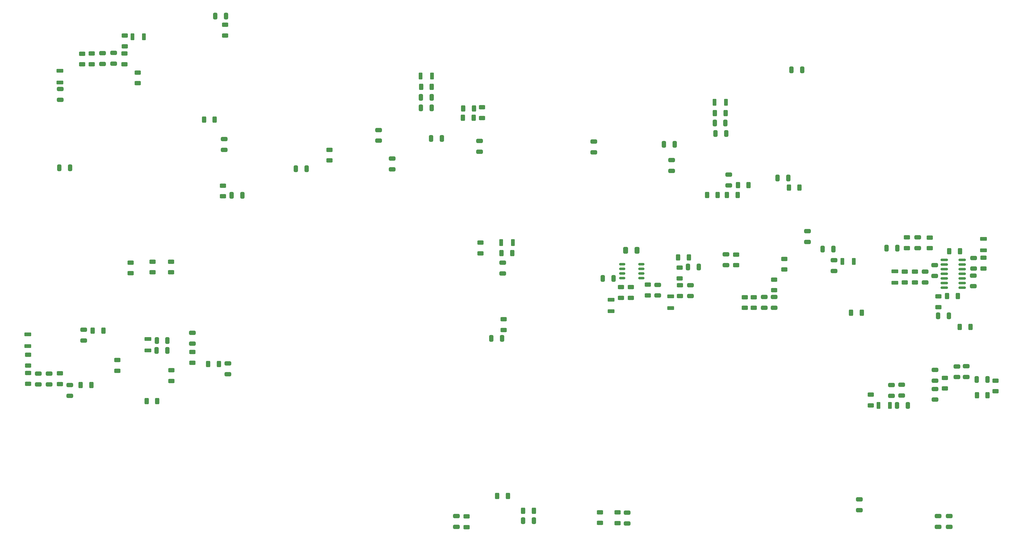
<source format=gbr>
%TF.GenerationSoftware,KiCad,Pcbnew,(6.0.7)*%
%TF.CreationDate,2023-02-22T17:07:51-05:00*%
%TF.ProjectId,Phoenix612 Complete v1,50686f65-6e69-4783-9631-3220436f6d70,rev?*%
%TF.SameCoordinates,Original*%
%TF.FileFunction,Paste,Top*%
%TF.FilePolarity,Positive*%
%FSLAX46Y46*%
G04 Gerber Fmt 4.6, Leading zero omitted, Abs format (unit mm)*
G04 Created by KiCad (PCBNEW (6.0.7)) date 2023-02-22 17:07:51*
%MOMM*%
%LPD*%
G01*
G04 APERTURE LIST*
G04 Aperture macros list*
%AMRoundRect*
0 Rectangle with rounded corners*
0 $1 Rounding radius*
0 $2 $3 $4 $5 $6 $7 $8 $9 X,Y pos of 4 corners*
0 Add a 4 corners polygon primitive as box body*
4,1,4,$2,$3,$4,$5,$6,$7,$8,$9,$2,$3,0*
0 Add four circle primitives for the rounded corners*
1,1,$1+$1,$2,$3*
1,1,$1+$1,$4,$5*
1,1,$1+$1,$6,$7*
1,1,$1+$1,$8,$9*
0 Add four rect primitives between the rounded corners*
20,1,$1+$1,$2,$3,$4,$5,0*
20,1,$1+$1,$4,$5,$6,$7,0*
20,1,$1+$1,$6,$7,$8,$9,0*
20,1,$1+$1,$8,$9,$2,$3,0*%
G04 Aperture macros list end*
%ADD10RoundRect,0.250000X0.625000X-0.312500X0.625000X0.312500X-0.625000X0.312500X-0.625000X-0.312500X0*%
%ADD11RoundRect,0.250000X0.325000X0.650000X-0.325000X0.650000X-0.325000X-0.650000X0.325000X-0.650000X0*%
%ADD12RoundRect,0.250000X0.700000X-0.275000X0.700000X0.275000X-0.700000X0.275000X-0.700000X-0.275000X0*%
%ADD13RoundRect,0.250000X0.650000X-0.325000X0.650000X0.325000X-0.650000X0.325000X-0.650000X-0.325000X0*%
%ADD14RoundRect,0.150000X0.675000X0.150000X-0.675000X0.150000X-0.675000X-0.150000X0.675000X-0.150000X0*%
%ADD15RoundRect,0.250000X-0.625000X0.312500X-0.625000X-0.312500X0.625000X-0.312500X0.625000X0.312500X0*%
%ADD16RoundRect,0.150000X-0.825000X-0.150000X0.825000X-0.150000X0.825000X0.150000X-0.825000X0.150000X0*%
%ADD17RoundRect,0.250000X0.312500X0.625000X-0.312500X0.625000X-0.312500X-0.625000X0.312500X-0.625000X0*%
%ADD18RoundRect,0.250000X-0.650000X0.325000X-0.650000X-0.325000X0.650000X-0.325000X0.650000X0.325000X0*%
%ADD19RoundRect,0.250000X-0.325000X-0.650000X0.325000X-0.650000X0.325000X0.650000X-0.325000X0.650000X0*%
%ADD20RoundRect,0.250000X-0.275000X-0.700000X0.275000X-0.700000X0.275000X0.700000X-0.275000X0.700000X0*%
%ADD21RoundRect,0.250000X-0.312500X-0.625000X0.312500X-0.625000X0.312500X0.625000X-0.312500X0.625000X0*%
%ADD22RoundRect,0.250000X0.275000X0.700000X-0.275000X0.700000X-0.275000X-0.700000X0.275000X-0.700000X0*%
%ADD23RoundRect,0.250000X-0.700000X0.275000X-0.700000X-0.275000X0.700000X-0.275000X0.700000X0.275000X0*%
%ADD24RoundRect,0.250000X0.412500X0.650000X-0.412500X0.650000X-0.412500X-0.650000X0.412500X-0.650000X0*%
G04 APERTURE END LIST*
D10*
%TO.C,R28*%
X193125000Y-116651500D03*
X193125000Y-113726500D03*
%TD*%
D11*
%TO.C,C46*%
X183678000Y-112014000D03*
X180728000Y-112014000D03*
%TD*%
D12*
%TO.C,L6*%
X183028500Y-121018500D03*
X183028500Y-117868500D03*
%TD*%
D13*
%TO.C,C80*%
X259905500Y-144169500D03*
X259905500Y-141219500D03*
%TD*%
D14*
%TO.C,U6*%
X191368500Y-111950500D03*
X191368500Y-110680500D03*
X191368500Y-109410500D03*
X191368500Y-108140500D03*
X186118500Y-108140500D03*
X186118500Y-109410500D03*
X186118500Y-110680500D03*
X186118500Y-111950500D03*
%TD*%
D11*
%TO.C,C14*%
X136603000Y-73660000D03*
X133653000Y-73660000D03*
%TD*%
D15*
%TO.C,R7*%
X62474000Y-137209000D03*
X62474000Y-140134000D03*
%TD*%
%TO.C,R42*%
X227711000Y-112329500D03*
X227711000Y-115254500D03*
%TD*%
D13*
%TO.C,C66*%
X282457651Y-109361500D03*
X282457651Y-106411500D03*
%TD*%
D16*
%TO.C,U10*%
X274394651Y-106934000D03*
X274394651Y-108204000D03*
X274394651Y-109474000D03*
X274394651Y-110744000D03*
X274394651Y-112014000D03*
X274394651Y-113284000D03*
X274394651Y-114554000D03*
X279344651Y-114554000D03*
X279344651Y-113284000D03*
X279344651Y-112014000D03*
X279344651Y-110744000D03*
X279344651Y-109474000D03*
X279344651Y-108204000D03*
X279344651Y-106934000D03*
%TD*%
D15*
%TO.C,R29*%
X188489500Y-114425000D03*
X188489500Y-117350000D03*
%TD*%
D17*
%TO.C,R13*%
X74337651Y-68500500D03*
X71412651Y-68500500D03*
%TD*%
D13*
%TO.C,C78*%
X277876000Y-139079500D03*
X277876000Y-136129500D03*
%TD*%
D18*
%TO.C,C35*%
X153299000Y-107740000D03*
X153299000Y-110690000D03*
%TD*%
D13*
%TO.C,C87*%
X68199000Y-129872000D03*
X68199000Y-126922000D03*
%TD*%
D10*
%TO.C,R23*%
X105854500Y-79694500D03*
X105854500Y-76769500D03*
%TD*%
D18*
%TO.C,C23*%
X119253000Y-71359500D03*
X119253000Y-74309500D03*
%TD*%
D15*
%TO.C,R41*%
X222123000Y-117155500D03*
X222123000Y-120080500D03*
%TD*%
D17*
%TO.C,R60*%
X154751500Y-171640500D03*
X151826500Y-171640500D03*
%TD*%
D19*
%TO.C,C17*%
X130922500Y-62420500D03*
X133872500Y-62420500D03*
%TD*%
D13*
%TO.C,C61*%
X214566500Y-108409000D03*
X214566500Y-105459000D03*
%TD*%
D17*
%TO.C,R8*%
X43807000Y-126352500D03*
X40882000Y-126352500D03*
%TD*%
D20*
%TO.C,L13*%
X256362000Y-146812000D03*
X259512000Y-146812000D03*
%TD*%
D13*
%TO.C,C64*%
X267154151Y-103710000D03*
X267154151Y-100760000D03*
%TD*%
D10*
%TO.C,R3*%
X31867000Y-140959500D03*
X31867000Y-138034500D03*
%TD*%
D20*
%TO.C,L4*%
X152930500Y-102230000D03*
X156080500Y-102230000D03*
%TD*%
D18*
%TO.C,C67*%
X282394151Y-111237500D03*
X282394151Y-114187500D03*
%TD*%
D19*
%TO.C,C15*%
X130922500Y-65278000D03*
X133872500Y-65278000D03*
%TD*%
D21*
%TO.C,R50*%
X275153151Y-116840000D03*
X278078151Y-116840000D03*
%TD*%
D22*
%TO.C,L7*%
X54978500Y-45823500D03*
X51828500Y-45823500D03*
%TD*%
D18*
%TO.C,C81*%
X271843500Y-142299000D03*
X271843500Y-145249000D03*
%TD*%
D10*
%TO.C,R54*%
X266328651Y-113095500D03*
X266328651Y-110170500D03*
%TD*%
D19*
%TO.C,C29*%
X197544000Y-75257500D03*
X200494000Y-75257500D03*
%TD*%
D21*
%TO.C,R20*%
X214818500Y-89154000D03*
X217743500Y-89154000D03*
%TD*%
D23*
%TO.C,L11*%
X260867651Y-110058000D03*
X260867651Y-113208000D03*
%TD*%
D19*
%TO.C,C54*%
X241031500Y-103949500D03*
X243981500Y-103949500D03*
%TD*%
D18*
%TO.C,C60*%
X236918500Y-99109000D03*
X236918500Y-102059000D03*
%TD*%
D17*
%TO.C,R19*%
X214451500Y-66748500D03*
X211526500Y-66748500D03*
%TD*%
D15*
%TO.C,R2*%
X23167500Y-137971000D03*
X23167500Y-140896000D03*
%TD*%
D21*
%TO.C,R22*%
X217803000Y-86487000D03*
X220728000Y-86487000D03*
%TD*%
D11*
%TO.C,C77*%
X286272500Y-139700000D03*
X283322500Y-139700000D03*
%TD*%
D10*
%TO.C,R44*%
X230558500Y-109593000D03*
X230558500Y-106668000D03*
%TD*%
D18*
%TO.C,C57*%
X227711000Y-117143000D03*
X227711000Y-120093000D03*
%TD*%
D10*
%TO.C,R40*%
X219710000Y-120080500D03*
X219710000Y-117155500D03*
%TD*%
D15*
%TO.C,R47*%
X270392651Y-100836000D03*
X270392651Y-103761000D03*
%TD*%
%TO.C,R11*%
X62357000Y-107435000D03*
X62357000Y-110360000D03*
%TD*%
D12*
%TO.C,L10*%
X285124651Y-104318000D03*
X285124651Y-101168000D03*
%TD*%
D18*
%TO.C,C32*%
X199644000Y-79614500D03*
X199644000Y-82564500D03*
%TD*%
D10*
%TO.C,R58*%
X254254000Y-146814000D03*
X254254000Y-143889000D03*
%TD*%
D13*
%TO.C,C83*%
X262699500Y-144106000D03*
X262699500Y-141156000D03*
%TD*%
D10*
%TO.C,R63*%
X184848500Y-179072000D03*
X184848500Y-176147000D03*
%TD*%
D15*
%TO.C,R53*%
X263598151Y-110170500D03*
X263598151Y-113095500D03*
%TD*%
D11*
%TO.C,C37*%
X207109500Y-108902500D03*
X204159500Y-108902500D03*
%TD*%
D18*
%TO.C,C56*%
X244157500Y-107046500D03*
X244157500Y-109996500D03*
%TD*%
D15*
%TO.C,R1*%
X23167500Y-132954500D03*
X23167500Y-135879500D03*
%TD*%
%TO.C,R12*%
X51308000Y-107689000D03*
X51308000Y-110614000D03*
%TD*%
D19*
%TO.C,C72*%
X261415000Y-146812000D03*
X264365000Y-146812000D03*
%TD*%
D21*
%TO.C,R17*%
X142428500Y-68008500D03*
X145353500Y-68008500D03*
%TD*%
D15*
%TO.C,R34*%
X49657000Y-45504000D03*
X49657000Y-48429000D03*
%TD*%
D13*
%TO.C,C82*%
X271843500Y-140042000D03*
X271843500Y-137092000D03*
%TD*%
D11*
%TO.C,C30*%
X99519000Y-81978500D03*
X96569000Y-81978500D03*
%TD*%
D19*
%TO.C,C63*%
X258557500Y-103695500D03*
X261507500Y-103695500D03*
%TD*%
%TO.C,C21*%
X211450500Y-69479000D03*
X214400500Y-69479000D03*
%TD*%
D15*
%TO.C,R35*%
X40640000Y-50393500D03*
X40640000Y-53318500D03*
%TD*%
D18*
%TO.C,C4*%
X28946000Y-138085500D03*
X28946000Y-141035500D03*
%TD*%
D13*
%TO.C,C79*%
X280416000Y-139016000D03*
X280416000Y-136066000D03*
%TD*%
D19*
%TO.C,C1*%
X58459000Y-129083000D03*
X61409000Y-129083000D03*
%TD*%
D21*
%TO.C,R43*%
X248854500Y-121412000D03*
X251779500Y-121412000D03*
%TD*%
D12*
%TO.C,L5*%
X199348000Y-120129500D03*
X199348000Y-116979500D03*
%TD*%
D23*
%TO.C,L14*%
X23114000Y-127393500D03*
X23114000Y-130543500D03*
%TD*%
D15*
%TO.C,R36*%
X49593500Y-50393500D03*
X49593500Y-53318500D03*
%TD*%
D10*
%TO.C,R48*%
X272805651Y-119890000D03*
X272805651Y-116965000D03*
%TD*%
D11*
%TO.C,C62*%
X275677651Y-122237500D03*
X272727651Y-122237500D03*
%TD*%
%TO.C,C11*%
X34685500Y-81724500D03*
X31735500Y-81724500D03*
%TD*%
D21*
%TO.C,R24*%
X231773000Y-87122000D03*
X234698000Y-87122000D03*
%TD*%
D12*
%TO.C,L8*%
X31940500Y-58320500D03*
X31940500Y-55170500D03*
%TD*%
D13*
%TO.C,C6*%
X34597500Y-144210500D03*
X34597500Y-141260500D03*
%TD*%
%TO.C,C73*%
X272732500Y-180100500D03*
X272732500Y-177150500D03*
%TD*%
D19*
%TO.C,C59*%
X232459000Y-54864000D03*
X235409000Y-54864000D03*
%TD*%
D15*
%TO.C,R32*%
X201824500Y-109091000D03*
X201824500Y-112016000D03*
%TD*%
D10*
%TO.C,R6*%
X47678500Y-137340000D03*
X47678500Y-134415000D03*
%TD*%
D17*
%TO.C,R15*%
X133860000Y-59563000D03*
X130935000Y-59563000D03*
%TD*%
D11*
%TO.C,C40*%
X153123000Y-128455500D03*
X150173000Y-128455500D03*
%TD*%
D18*
%TO.C,C58*%
X225044000Y-117143000D03*
X225044000Y-120093000D03*
%TD*%
D19*
%TO.C,C3*%
X58395500Y-131750000D03*
X61345500Y-131750000D03*
%TD*%
D20*
%TO.C,L2*%
X130822500Y-56578500D03*
X133972500Y-56578500D03*
%TD*%
D24*
%TO.C,C38*%
X190115500Y-104330500D03*
X186990500Y-104330500D03*
%TD*%
D18*
%TO.C,C22*%
X178308000Y-74517500D03*
X178308000Y-77467500D03*
%TD*%
D17*
%TO.C,R61*%
X161849000Y-175704500D03*
X158924000Y-175704500D03*
%TD*%
D21*
%TO.C,R16*%
X142492000Y-65468500D03*
X145417000Y-65468500D03*
%TD*%
D18*
%TO.C,C5*%
X25961500Y-138085500D03*
X25961500Y-141035500D03*
%TD*%
D21*
%TO.C,R9*%
X72568500Y-135509000D03*
X75493500Y-135509000D03*
%TD*%
D10*
%TO.C,R38*%
X77216000Y-45444500D03*
X77216000Y-42519500D03*
%TD*%
D21*
%TO.C,R4*%
X55677500Y-145669000D03*
X58602500Y-145669000D03*
%TD*%
D18*
%TO.C,C28*%
X122999500Y-79170000D03*
X122999500Y-82120000D03*
%TD*%
D15*
%TO.C,R52*%
X285124651Y-106360500D03*
X285124651Y-109285500D03*
%TD*%
D18*
%TO.C,C53*%
X32004000Y-60160000D03*
X32004000Y-63110000D03*
%TD*%
D15*
%TO.C,R10*%
X57277000Y-107435000D03*
X57277000Y-110360000D03*
%TD*%
D18*
%TO.C,C44*%
X204809000Y-113904500D03*
X204809000Y-116854500D03*
%TD*%
D19*
%TO.C,C51*%
X74471000Y-40181651D03*
X77421000Y-40181651D03*
%TD*%
D21*
%TO.C,R64*%
X37592000Y-141224000D03*
X40517000Y-141224000D03*
%TD*%
%TO.C,R51*%
X275788151Y-104584500D03*
X278713151Y-104584500D03*
%TD*%
%TO.C,R46*%
X278645651Y-125285500D03*
X281570651Y-125285500D03*
%TD*%
D10*
%TO.C,R57*%
X274574000Y-142188500D03*
X274574000Y-139263500D03*
%TD*%
D18*
%TO.C,C8*%
X77968000Y-135304000D03*
X77968000Y-138254000D03*
%TD*%
%TO.C,C76*%
X251079000Y-172564000D03*
X251079000Y-175514000D03*
%TD*%
D13*
%TO.C,C70*%
X269186151Y-113108000D03*
X269186151Y-110158000D03*
%TD*%
D15*
%TO.C,R45*%
X217297000Y-105471500D03*
X217297000Y-108396500D03*
%TD*%
D10*
%TO.C,R62*%
X179959000Y-179010500D03*
X179959000Y-176085500D03*
%TD*%
D13*
%TO.C,C75*%
X275780500Y-180100500D03*
X275780500Y-177150500D03*
%TD*%
D18*
%TO.C,C86*%
X187452000Y-176198000D03*
X187452000Y-179148000D03*
%TD*%
D11*
%TO.C,C33*%
X231662500Y-84518500D03*
X228712500Y-84518500D03*
%TD*%
D15*
%TO.C,R14*%
X76612000Y-86596000D03*
X76612000Y-89521000D03*
%TD*%
%TO.C,R49*%
X264169651Y-100772500D03*
X264169651Y-103697500D03*
%TD*%
D20*
%TO.C,L3*%
X211414000Y-63764000D03*
X214564000Y-63764000D03*
%TD*%
D13*
%TO.C,C31*%
X215328500Y-86565000D03*
X215328500Y-83615000D03*
%TD*%
D15*
%TO.C,R27*%
X153616500Y-123246500D03*
X153616500Y-126171500D03*
%TD*%
D13*
%TO.C,C41*%
X195792000Y-116727500D03*
X195792000Y-113777500D03*
%TD*%
D17*
%TO.C,R25*%
X155906500Y-105087500D03*
X152981500Y-105087500D03*
%TD*%
D11*
%TO.C,C13*%
X81929500Y-89217500D03*
X78979500Y-89217500D03*
%TD*%
D10*
%TO.C,R39*%
X37973000Y-53382000D03*
X37973000Y-50457000D03*
%TD*%
%TO.C,R55*%
X288480500Y-142940500D03*
X288480500Y-140015500D03*
%TD*%
%TO.C,R59*%
X143446500Y-180151500D03*
X143446500Y-177226500D03*
%TD*%
D19*
%TO.C,C19*%
X211641000Y-72336500D03*
X214591000Y-72336500D03*
%TD*%
D10*
%TO.C,R31*%
X185759000Y-117350000D03*
X185759000Y-114425000D03*
%TD*%
D18*
%TO.C,C12*%
X76993000Y-73820000D03*
X76993000Y-76770000D03*
%TD*%
%TO.C,C69*%
X271789651Y-108380000D03*
X271789651Y-111330000D03*
%TD*%
%TO.C,C7*%
X38407500Y-126084000D03*
X38407500Y-129034000D03*
%TD*%
%TO.C,C48*%
X46609000Y-50254000D03*
X46609000Y-53204000D03*
%TD*%
D22*
%TO.C,L9*%
X249606000Y-107378500D03*
X246456000Y-107378500D03*
%TD*%
D15*
%TO.C,R18*%
X147637500Y-65149000D03*
X147637500Y-68074000D03*
%TD*%
D23*
%TO.C,L1*%
X56060500Y-128587500D03*
X56060500Y-131737500D03*
%TD*%
D19*
%TO.C,C84*%
X158926000Y-178371500D03*
X161876000Y-178371500D03*
%TD*%
D10*
%TO.C,R5*%
X68189000Y-135130000D03*
X68189000Y-132205000D03*
%TD*%
D21*
%TO.C,R33*%
X201441500Y-106235500D03*
X204366500Y-106235500D03*
%TD*%
D10*
%TO.C,R37*%
X53276500Y-58525500D03*
X53276500Y-55600500D03*
%TD*%
D13*
%TO.C,C24*%
X147002500Y-77291500D03*
X147002500Y-74341500D03*
%TD*%
D17*
%TO.C,R21*%
X212282500Y-89154000D03*
X209357500Y-89154000D03*
%TD*%
D10*
%TO.C,R30*%
X201951500Y-116842000D03*
X201951500Y-113917000D03*
%TD*%
D18*
%TO.C,C47*%
X43561000Y-50317500D03*
X43561000Y-53267500D03*
%TD*%
D15*
%TO.C,R26*%
X147193000Y-102233000D03*
X147193000Y-105158000D03*
%TD*%
D21*
%TO.C,R56*%
X283335000Y-144018000D03*
X286260000Y-144018000D03*
%TD*%
D13*
%TO.C,C85*%
X140652500Y-180100500D03*
X140652500Y-177150500D03*
%TD*%
M02*

</source>
